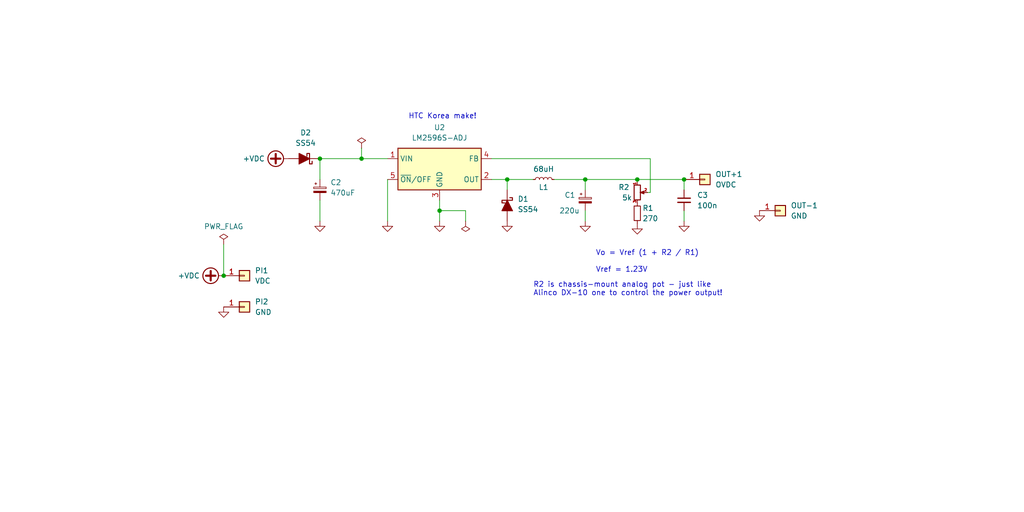
<source format=kicad_sch>
(kicad_sch (version 20230121) (generator eeschema)
  (paper "User" 250.012 125.019)
  (title_block (title "Dynamic Easy PA Power (Voltage) Control") (date "2023-09-25") (rev "0.01") (company "VU3CER (Dhiru)"))
  (lib_symbols
    (symbol "Connector_Generic:Conn_01x01" (pin_names (offset 1.016) hide)
      (property "Reference" "J" (at 0 2.54 0))
      (property "Value" "Conn_01x01" (at 0 -2.54 0))
      (symbol "Conn_01x01_1_1"
        (rectangle (start -1.27 0.127) (end 0 -0.127) (stroke (width 0.1524)))
        (rectangle (start -1.27 1.27) (end 1.27 -1.27) (stroke (width 0.254)) (fill (type background)))
        (pin passive line (at -5.08 0 0) (length 3.81) (name "Pin_1") (number "1"))
      )
    )
    (symbol "Device:C_Polarized_Small" (pin_numbers hide) (pin_names (offset 0.254) hide)
      (property "Reference" "C" (at 0.254 1.778 0))
      (property "Value" "C_Polarized_Small" (at 0.254 -2.032 0))
      (symbol "C_Polarized_Small_0_1"
        (rectangle (start -1.524 -0.3048) (end 1.524 -0.6858) (fill (type outline)))
        (rectangle (start -1.524 0.6858) (end 1.524 0.3048))
        (polyline (pts (xy -1.27 1.524) (xy -0.762 1.524)))
        (polyline (pts (xy -1.016 1.27) (xy -1.016 1.778)))
      )
      (symbol "C_Polarized_Small_1_1"
        (pin passive line (at 0 2.54 270) (length 1.8542) (name "~") (number "1"))
        (pin passive line (at 0 -2.54 90) (length 1.8542) (name "~") (number "2"))
      )
    )
    (symbol "Device:C_Small" (pin_numbers hide) (pin_names (offset 0.254) hide)
      (property "Reference" "C" (at 0.254 1.778 0))
      (property "Value" "C_Small" (at 0.254 -2.032 0))
      (symbol "C_Small_0_1"
        (polyline (pts (xy -1.524 -0.508) (xy 1.524 -0.508)) (stroke (width 0.3302)))
        (polyline (pts (xy -1.524 0.508) (xy 1.524 0.508)) (stroke (width 0.3048)))
      )
      (symbol "C_Small_1_1"
        (pin passive line (at 0 2.54 270) (length 2.032) (name "~") (number "1"))
        (pin passive line (at 0 -2.54 90) (length 2.032) (name "~") (number "2"))
      )
    )
    (symbol "Device:L_Small" (pin_numbers hide) (pin_names (offset 0.254) hide)
      (property "Reference" "L" (at 0.762 1.016 0))
      (property "Value" "L_Small" (at 0.762 -1.016 0))
      (symbol "L_Small_0_1"
        (arc (start 0 -2.032) (mid 0.5058 -1.524) (end 0 -1.016))
        (arc (start 0 -1.016) (mid 0.5058 -0.508) (end 0 0))
        (arc (start 0 0) (mid 0.5058 0.508) (end 0 1.016))
        (arc (start 0 1.016) (mid 0.5058 1.524) (end 0 2.032))
      )
      (symbol "L_Small_1_1"
        (pin passive line (at 0 2.54 270) (length 0.508) (name "~") (number "1"))
        (pin passive line (at 0 -2.54 90) (length 0.508) (name "~") (number "2"))
      )
    )
    (symbol "Device:R_Potentiometer_Small" (pin_names (offset 1.016) hide)
      (property "Reference" "RV" (at -4.445 0 90))
      (property "Value" "R_Potentiometer_Small" (at -2.54 0 90))
      (symbol "R_Potentiometer_Small_0_1"
        (polyline (pts (xy 0.889 0) (xy 0.635 0) (xy 1.651 0.381) (xy 1.651 -0.381) (xy 0.635 0) (xy 0.889 0)) (fill (type outline)))
        (rectangle (start 0.762 1.8034) (end -0.762 -1.8034) (stroke (width 0.254)))
      )
      (symbol "R_Potentiometer_Small_1_1"
        (pin passive line (at 0 2.54 270) (length 0.635) (name "1") (number "1"))
        (pin passive line (at 2.54 0 180) (length 0.9906) (name "2") (number "2"))
        (pin passive line (at 0 -2.54 90) (length 0.635) (name "3") (number "3"))
      )
    )
    (symbol "Device:R_Small" (pin_numbers hide) (pin_names (offset 0.254) hide)
      (property "Reference" "R" (at 0.762 0.508 0))
      (property "Value" "R_Small" (at 0.762 -1.016 0))
      (symbol "R_Small_0_1"
        (rectangle (start -0.762 1.778) (end 0.762 -1.778) (stroke (width 0.2032)))
      )
      (symbol "R_Small_1_1"
        (pin passive line (at 0 2.54 270) (length 0.762) (name "~") (number "1"))
        (pin passive line (at 0 -2.54 90) (length 0.762) (name "~") (number "2"))
      )
    )
    (symbol "PCM_4ms_Power-symbol:GND" (power) (pin_names (offset 0))
      (property "Value" "GND" (at 0 -3.81 0))
      (symbol "GND_0_1"
        (polyline (pts (xy 0 0) (xy 0 -1.27) (xy 1.27 -1.27) (xy 0 -2.54) (xy -1.27 -1.27) (xy 0 -1.27)))
      )
      (symbol "GND_1_1"
        (pin power_in line (at 0 0 270) (length 0) hide (name "GND") (number "1"))
      )
    )
    (symbol "PCM_4ms_Power-symbol:PWR_FLAG" (power) (pin_numbers hide) (pin_names (offset 0) hide)
      (property "Value" "PWR_FLAG" (at 0 3.81 0))
      (symbol "PWR_FLAG_0_0"
        (pin power_out line (at 0 0 90) (length 0) (name "pwr") (number "1"))
      )
      (symbol "PWR_FLAG_0_1"
        (polyline (pts (xy 0 0) (xy 0 1.27) (xy -1.016 1.905) (xy 0 2.54) (xy 1.016 1.905) (xy 0 1.27)))
      )
    )
    (symbol "PCM_Diode_Schottky_AKL:SS54" (pin_numbers hide) (pin_names (offset 1.016) hide)
      (property "Reference" "D" (at 0 5.08 0))
      (property "Value" "SS54" (at 0 2.54 0))
      (symbol "SS54_0_1"
        (polyline (pts (xy -1.27 0) (xy 1.27 0)))
        (polyline (pts (xy -1.27 -1.27) (xy -1.27 1.27) (xy 1.27 0) (xy -1.27 -1.27)) (stroke (width 0.254)) (fill (type outline)))
        (polyline (pts (xy 1.905 -0.635) (xy 1.905 -1.27) (xy 1.27 -1.27) (xy 1.27 1.27) (xy 0.635 1.27) (xy 0.635 0.635)) (stroke (width 0.254)))
      )
      (symbol "SS54_1_1"
        (pin passive line (at 3.81 0 180) (length 2.54) (name "K") (number "1"))
        (pin passive line (at -3.81 0 0) (length 2.54) (name "A") (number "2"))
      )
    )
    (symbol "Regulator_Switching:LM2596S-ADJ"
      (property "Reference" "U" (at -10.16 6.35 0))
      (property "Value" "LM2596S-ADJ" (at 0 6.35 0))
      (symbol "LM2596S-ADJ_0_1"
        (rectangle (start -10.16 5.08) (end 10.16 -5.08) (stroke (width 0.254)) (fill (type background)))
      )
      (symbol "LM2596S-ADJ_1_1"
        (pin power_in line (at -12.7 2.54 0) (length 2.54) (name "VIN") (number "1"))
        (pin output line (at 12.7 -2.54 180) (length 2.54) (name "OUT") (number "2"))
        (pin power_in line (at 0 -7.62 90) (length 2.54) (name "GND") (number "3"))
        (pin input line (at 12.7 2.54 180) (length 2.54) (name "FB") (number "4"))
        (pin input line (at -12.7 -2.54 0) (length 2.54) (name "~{ON}/OFF") (number "5"))
      )
    )
    (symbol "power:+VDC" (power) (pin_names (offset 0))
      (property "Value" "+VDC" (at 0 6.35 0))
      (symbol "+VDC_0_1"
        (polyline (pts (xy -1.143 3.175) (xy 1.143 3.175)) (stroke (width 0.508)))
        (polyline (pts (xy 0 0) (xy 0 1.27)))
        (polyline (pts (xy 0 2.032) (xy 0 4.318)) (stroke (width 0.508)))
        (circle (center 0 3.175) (radius 1.905) (stroke (width 0.254)))
      )
      (symbol "+VDC_1_1"
        (pin power_in line (at 0 0 90) (length 0) hide (name "+VDC") (number "1"))
      )
    )
    (symbol "power:GND" (power) (pin_names (offset 0))
      (property "Value" "GND" (at 0 -3.81 0))
      (symbol "GND_0_1"
        (polyline (pts (xy 0 0) (xy 0 -1.27) (xy 1.27 -1.27) (xy 0 -2.54) (xy -1.27 -1.27) (xy 0 -1.27)))
      )
      (symbol "GND_1_1"
        (pin power_in line (at 0 0 270) (length 0) hide (name "GND") (number "1"))
      )
    )
    (symbol "power:PWR_FLAG" (power) (pin_numbers hide) (pin_names (offset 0) hide)
      (property "Value" "PWR_FLAG" (at 0 3.81 0))
      (symbol "PWR_FLAG_0_0"
        (pin power_out line (at 0 0 90) (length 0) (name "pwr") (number "1"))
      )
      (symbol "PWR_FLAG_0_1"
        (polyline (pts (xy 0 0) (xy 0 1.27) (xy -1.016 1.905) (xy 0 2.54) (xy 1.016 1.905) (xy 0 1.27)))
      )
    )
  )
  (junction (at 88.265 38.735))
  (junction (at 123.825 43.815))
  (junction (at 54.61 67.31))
  (junction (at 155.575 43.815))
  (junction (at 107.315 51.435))
  (junction (at 167.005 43.815))
  (junction (at 142.875 43.815))
  (junction (at 78.105 38.735))
  (wire (pts (xy 155.575 43.815) (xy 167.005 43.815)))
  (wire (pts (xy 113.665 51.435) (xy 113.665 53.975)))
  (wire (pts (xy 78.105 38.735) (xy 88.265 38.735)))
  (wire (pts (xy 142.875 51.435) (xy 142.875 53.975)))
  (wire (pts (xy 54.61 59.69) (xy 54.61 67.31)))
  (wire (pts (xy 135.255 43.815) (xy 142.875 43.815)))
  (wire (pts (xy 120.015 43.815) (xy 123.825 43.815)))
  (wire (pts (xy 155.575 44.45) (xy 155.575 43.815)))
  (wire (pts (xy 123.825 43.815) (xy 130.175 43.815)))
  (wire (pts (xy 123.825 43.815) (xy 123.825 46.355)))
  (wire (pts (xy 107.315 48.895) (xy 107.315 51.435)))
  (wire (pts (xy 107.315 51.435) (xy 107.315 53.975)))
  (wire (pts (xy 158.115 46.99) (xy 158.75 46.99)))
  (wire (pts (xy 78.105 38.735) (xy 78.105 43.815)))
  (wire (pts (xy 167.005 43.815) (xy 167.005 46.355)))
  (wire (pts (xy 142.875 43.815) (xy 142.875 46.355)))
  (wire (pts (xy 158.75 38.735) (xy 158.75 46.99)))
  (wire (pts (xy 107.315 51.435) (xy 113.665 51.435)))
  (wire (pts (xy 88.265 36.195) (xy 88.265 38.735)))
  (wire (pts (xy 120.015 38.735) (xy 158.75 38.735)))
  (wire (pts (xy 88.265 38.735) (xy 94.615 38.735)))
  (wire (pts (xy 142.875 43.815) (xy 155.575 43.815)))
  (wire (pts (xy 167.005 51.435) (xy 167.005 53.975)))
  (wire (pts (xy 94.615 43.815) (xy 94.615 53.975)))
  (wire (pts (xy 78.105 48.895) (xy 78.105 53.975)))
  (text "HTC Korea make!" (at 99.695 29.21 0) (effects (font (size 1.27 1.27)) (justify left bottom)))
  (text "R2 is chassis-mount analog pot - just like \nAlinco DX-10 one to control the power output!" (at 130.175 72.39 0) (effects (font (size 1.27 1.27)) (justify left bottom)))
  (text "Vo = Vref (1 + R2 / R1)\n\nVref = 1.23V" (at 145.415 66.675 0) (effects (font (size 1.27 1.27)) (justify left bottom)))
  (symbol (lib_id "Device:R_Potentiometer_Small") (at 155.575 46.99 0) (unit 1)
    (property "Reference" "R2" (at 153.67 45.72 0) (effects (justify right)))
    (property "Value" "5k" (at 154.305 48.26 0) (effects (justify right)))
    (property "Footprint" "Resistor_SMD:R_1206_3216Metric_Pad1.30x1.75mm_HandSolder" (effects hide))
  )
  (symbol (lib_id "Device:R_Small") (at 155.575 52.07 0) (unit 1)
    (property "Reference" "R1" (at 156.845 50.8 0) (effects (justify left)))
    (property "Value" "270" (at 156.845 53.34 0) (effects (justify left)))
    (property "Footprint" "Resistor_SMD:R_1206_3216Metric_Pad1.30x1.75mm_HandSolder" (effects hide))
  )
  (symbol (lib_id "PCM_4ms_Power-symbol:GND") (at 142.875 53.975 0) (mirror y) (unit 1)
    (property "Reference" "#PWR03" (effects hide))
    (property "Value" "GND" (effects hide))
  )
  (symbol (lib_id "PCM_4ms_Power-symbol:GND") (at 107.315 53.975 0) (mirror y) (unit 1)
    (property "Reference" "#PWR02" (effects hide))
    (property "Value" "GND" (effects hide))
  )
  (symbol (lib_id "PCM_4ms_Power-symbol:GND") (at 185.42 51.435 0) (mirror y) (unit 1)
    (property "Reference" "#PWR010" (effects hide))
    (property "Value" "GND" (effects hide))
  )
  (symbol (lib_id "Device:L_Small") (at 132.715 43.815 90) (unit 1)
    (property "Reference" "L1" (at 132.715 45.72 90))
    (property "Value" "68uH" (at 132.715 41.275 90))
    (property "Footprint" "Inductor_SMD:L_12x12mm_H6mm" (effects hide))
  )
  (symbol (lib_id "Device:C_Polarized_Small") (at 78.105 46.355 0) (unit 1)
    (property "Reference" "C2" (at 80.645 44.5389 0) (effects (justify left)))
    (property "Value" "470uF" (at 80.645 47.0789 0) (effects (justify left)))
    (property "Footprint" "Capacitor_SMD:CP_Elec_8x10.5" (effects hide))
  )
  (symbol (lib_id "Connector_Generic:Conn_01x01") (at 190.5 51.435 0) (unit 1)
    (property "Reference" "OUT-1" (at 193.04 50.165 0) (effects (justify left)))
    (property "Value" "GND" (at 193.04 52.705 0) (effects (justify left)))
    (property "Footprint" "TestPoint:TestPoint_Pad_4.0x4.0mm" (effects hide))
  )
  (symbol (lib_id "Connector_Generic:Conn_01x01") (at 172.085 43.815 0) (unit 1)
    (property "Reference" "OUT+1" (at 174.625 42.545 0) (effects (justify left)))
    (property "Value" "OVDC" (at 174.625 45.085 0) (effects (justify left)))
    (property "Footprint" "TestPoint:TestPoint_Pad_4.0x4.0mm" (effects hide))
  )
  (symbol (lib_id "PCM_4ms_Power-symbol:GND") (at 155.575 54.61 0) (mirror y) (unit 1)
    (property "Reference" "#PWR011" (effects hide))
    (property "Value" "GND" (effects hide))
  )
  (symbol (lib_id "PCM_Diode_Schottky_AKL:SS54") (at 123.825 50.165 90) (unit 1)
    (property "Reference" "D1" (at 126.365 48.5775 90) (effects (justify right)))
    (property "Value" "SS54" (at 126.365 51.1175 90) (effects (justify right)))
    (property "Footprint" "Diode_SMD:D_SMC_Handsoldering" (effects hide))
    (property "Datasheet" "https://www.laro.com.pl/pdf/ss56.pdf" (effects hide))
  )
  (symbol (lib_id "power:GND") (at 54.61 74.93 0) (unit 1)
    (property "Reference" "#PWR06" (effects hide))
    (property "Value" "GND" (effects hide))
  )
  (symbol (lib_id "Regulator_Switching:LM2596S-ADJ") (at 107.315 41.275 0) (unit 1)
    (property "Reference" "U2" (at 107.315 31.115 0))
    (property "Value" "LM2596S-ADJ" (at 107.315 33.655 0))
    (property "Footprint" "Package_TO_SOT_SMD:TO-263-5_TabPin3" (effects hide))
    (property "Datasheet" "http://www.ti.com/lit/ds/symlink/lm2596.pdf" (effects hide))
  )
  (symbol (lib_id "Connector_Generic:Conn_01x01") (at 59.69 74.93 0) (unit 1)
    (property "Reference" "PI2" (at 62.23 73.66 0) (effects (justify left)))
    (property "Value" "GND" (at 62.23 76.2 0) (effects (justify left)))
    (property "Footprint" "TestPoint:TestPoint_Pad_4.0x4.0mm" (effects hide))
  )
  (symbol (lib_id "Connector_Generic:Conn_01x01") (at 59.69 67.31 0) (unit 1)
    (property "Reference" "PI1" (at 62.23 66.04 0) (effects (justify left)))
    (property "Value" "VDC" (at 62.23 68.58 0) (effects (justify left)))
    (property "Footprint" "TestPoint:TestPoint_Pad_4.0x4.0mm" (effects hide))
  )
  (symbol (lib_id "PCM_4ms_Power-symbol:GND") (at 123.825 53.975 0) (mirror y) (unit 1)
    (property "Reference" "#PWR04" (effects hide))
    (property "Value" "GND" (effects hide))
  )
  (symbol (lib_id "PCM_4ms_Power-symbol:PWR_FLAG") (at 113.665 53.975 180) (unit 1)
    (property "Reference" "#FLG02" (effects hide))
    (property "Value" "PWR_FLAG" (effects hide))
  )
  (symbol (lib_id "Device:C_Polarized_Small") (at 142.875 48.895 0) (unit 1)
    (property "Reference" "C1" (at 137.795 47.625 0) (effects (justify left)))
    (property "Value" "220u" (at 136.525 51.435 0) (effects (justify left)))
    (property "Footprint" "Capacitor_SMD:CP_Elec_8x10.5" (effects hide))
  )
  (symbol (lib_id "power:+VDC") (at 54.61 67.31 90) (unit 1)
    (property "Reference" "#PWR05" (effects hide))
    (property "Value" "+VDC" (at 48.7934 67.31 90) (effects (justify left)))
  )
  (symbol (lib_id "power:+VDC") (at 70.485 38.735 90) (unit 1)
    (property "Reference" "#PWR07" (effects hide))
    (property "Value" "+VDC" (at 64.6684 38.735 90) (effects (justify left)))
  )
  (symbol (lib_id "PCM_Diode_Schottky_AKL:SS54") (at 74.295 38.735 0) (unit 1)
    (property "Reference" "D2" (at 74.6125 32.385 0))
    (property "Value" "SS54" (at 74.6125 34.925 0))
    (property "Footprint" "Diode_SMD:D_SMC_Handsoldering" (effects hide))
    (property "Datasheet" "https://www.laro.com.pl/pdf/ss56.pdf" (effects hide))
  )
  (symbol (lib_id "power:PWR_FLAG") (at 54.61 59.69 0) (unit 1)
    (property "Reference" "#FLG01" (effects hide))
    (property "Value" "PWR_FLAG" (at 54.61 55.2958 0))
  )
  (symbol (lib_id "PCM_4ms_Power-symbol:GND") (at 167.005 53.975 0) (mirror y) (unit 1)
    (property "Reference" "#PWR09" (effects hide))
    (property "Value" "GND" (effects hide))
  )
  (symbol (lib_id "PCM_4ms_Power-symbol:PWR_FLAG") (at 88.265 36.195 0) (unit 1)
    (property "Reference" "#FLG03" (effects hide))
    (property "Value" "PWR_FLAG" (effects hide))
  )
  (symbol (lib_id "Device:C_Small") (at 167.005 48.895 0) (unit 1)
    (property "Reference" "C3" (at 170.18 47.6313 0) (effects (justify left)))
    (property "Value" "100n" (at 170.18 50.1713 0) (effects (justify left)))
    (property "Footprint" "Capacitor_SMD:C_1206_3216Metric_Pad1.33x1.80mm_HandSolder" (effects hide))
  )
  (symbol (lib_id "PCM_4ms_Power-symbol:GND") (at 78.105 53.975 0) (mirror y) (unit 1)
    (property "Reference" "#PWR08" (effects hide))
    (property "Value" "GND" (effects hide))
  )
  (symbol (lib_id "PCM_4ms_Power-symbol:GND") (at 94.615 53.975 0) (mirror y) (unit 1)
    (property "Reference" "#PWR01" (effects hide))
    (property "Value" "GND" (effects hide))
  )
)
</source>
